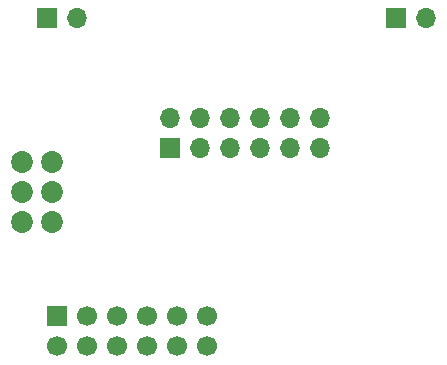
<source format=gbr>
%TF.GenerationSoftware,KiCad,Pcbnew,9.0.6*%
%TF.CreationDate,2025-12-26T20:18:54+00:00*%
%TF.ProjectId,PIDI-BOX-01-IO-6-CTRL74-A1,50494449-2d42-44f5-982d-30312d494f2d,rev?*%
%TF.SameCoordinates,Original*%
%TF.FileFunction,Soldermask,Bot*%
%TF.FilePolarity,Negative*%
%FSLAX46Y46*%
G04 Gerber Fmt 4.6, Leading zero omitted, Abs format (unit mm)*
G04 Created by KiCad (PCBNEW 9.0.6) date 2025-12-26 20:18:54*
%MOMM*%
%LPD*%
G01*
G04 APERTURE LIST*
%ADD10R,1.700000X1.700000*%
%ADD11O,1.700000X1.700000*%
%ADD12C,1.854000*%
%ADD13C,1.700000*%
G04 APERTURE END LIST*
D10*
%TO.C,J4*%
X125183935Y-97258206D03*
D11*
X125183935Y-94718206D03*
X127723935Y-97258206D03*
X127723935Y-94718206D03*
X130263935Y-97258206D03*
X130263935Y-94718206D03*
X132803935Y-97258206D03*
X132803935Y-94718206D03*
X135343935Y-97258206D03*
X135343935Y-94718206D03*
X137883935Y-97258206D03*
X137883935Y-94718206D03*
%TD*%
D12*
%TO.C,J3*%
X115180200Y-103479600D03*
X112640200Y-103479600D03*
X115180200Y-100939600D03*
X112640200Y-100939600D03*
X115180200Y-98399600D03*
X112640200Y-98399600D03*
%TD*%
D10*
%TO.C,J1*%
X144360935Y-86280000D03*
D11*
X146900935Y-86280000D03*
%TD*%
D10*
%TO.C,J5*%
X115671600Y-111500000D03*
D13*
X115671600Y-114040000D03*
X118211600Y-111500000D03*
X118211600Y-114040000D03*
X120751600Y-111500000D03*
X120751600Y-114040000D03*
X123291600Y-111500000D03*
X123291600Y-114040000D03*
X125831600Y-111500000D03*
X125831600Y-114040000D03*
X128371600Y-111500000D03*
X128371600Y-114040000D03*
%TD*%
D10*
%TO.C,J2*%
X114810400Y-86280000D03*
D11*
X117350400Y-86280000D03*
%TD*%
M02*

</source>
